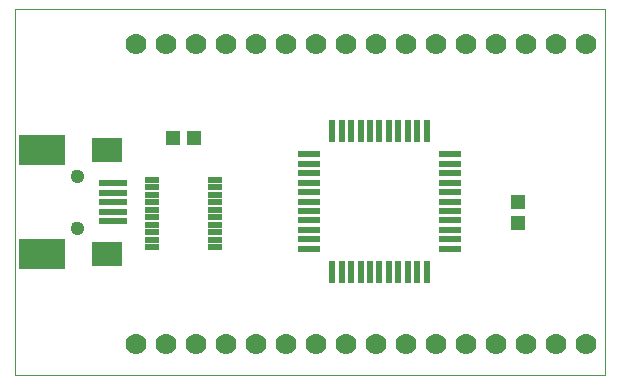
<source format=gts>
G75*
%MOIN*%
%OFA0B0*%
%FSLAX25Y25*%
%IPPOS*%
%LPD*%
%AMOC8*
5,1,8,0,0,1.08239X$1,22.5*
%
%ADD10C,0.00000*%
%ADD11R,0.09849X0.08274*%
%ADD12R,0.09487X0.02369*%
%ADD13R,0.15400X0.10400*%
%ADD14C,0.04337*%
%ADD15R,0.02369X0.07487*%
%ADD16R,0.07487X0.02369*%
%ADD17R,0.04900X0.01900*%
%ADD18C,0.07000*%
%ADD19R,0.04534X0.04652*%
%ADD20R,0.04652X0.04534*%
D10*
X0008616Y0001000D02*
X0008616Y0123047D01*
X0205467Y0123047D01*
X0205467Y0001000D01*
X0008616Y0001000D01*
X0027405Y0049907D02*
X0027407Y0049995D01*
X0027413Y0050083D01*
X0027423Y0050171D01*
X0027437Y0050259D01*
X0027454Y0050345D01*
X0027476Y0050431D01*
X0027501Y0050515D01*
X0027531Y0050599D01*
X0027563Y0050681D01*
X0027600Y0050761D01*
X0027640Y0050840D01*
X0027684Y0050917D01*
X0027731Y0050992D01*
X0027781Y0051064D01*
X0027835Y0051135D01*
X0027891Y0051202D01*
X0027951Y0051268D01*
X0028013Y0051330D01*
X0028079Y0051390D01*
X0028146Y0051446D01*
X0028217Y0051500D01*
X0028289Y0051550D01*
X0028364Y0051597D01*
X0028441Y0051641D01*
X0028520Y0051681D01*
X0028600Y0051718D01*
X0028682Y0051750D01*
X0028766Y0051780D01*
X0028850Y0051805D01*
X0028936Y0051827D01*
X0029022Y0051844D01*
X0029110Y0051858D01*
X0029198Y0051868D01*
X0029286Y0051874D01*
X0029374Y0051876D01*
X0029462Y0051874D01*
X0029550Y0051868D01*
X0029638Y0051858D01*
X0029726Y0051844D01*
X0029812Y0051827D01*
X0029898Y0051805D01*
X0029982Y0051780D01*
X0030066Y0051750D01*
X0030148Y0051718D01*
X0030228Y0051681D01*
X0030307Y0051641D01*
X0030384Y0051597D01*
X0030459Y0051550D01*
X0030531Y0051500D01*
X0030602Y0051446D01*
X0030669Y0051390D01*
X0030735Y0051330D01*
X0030797Y0051268D01*
X0030857Y0051202D01*
X0030913Y0051135D01*
X0030967Y0051064D01*
X0031017Y0050992D01*
X0031064Y0050917D01*
X0031108Y0050840D01*
X0031148Y0050761D01*
X0031185Y0050681D01*
X0031217Y0050599D01*
X0031247Y0050515D01*
X0031272Y0050431D01*
X0031294Y0050345D01*
X0031311Y0050259D01*
X0031325Y0050171D01*
X0031335Y0050083D01*
X0031341Y0049995D01*
X0031343Y0049907D01*
X0031341Y0049819D01*
X0031335Y0049731D01*
X0031325Y0049643D01*
X0031311Y0049555D01*
X0031294Y0049469D01*
X0031272Y0049383D01*
X0031247Y0049299D01*
X0031217Y0049215D01*
X0031185Y0049133D01*
X0031148Y0049053D01*
X0031108Y0048974D01*
X0031064Y0048897D01*
X0031017Y0048822D01*
X0030967Y0048750D01*
X0030913Y0048679D01*
X0030857Y0048612D01*
X0030797Y0048546D01*
X0030735Y0048484D01*
X0030669Y0048424D01*
X0030602Y0048368D01*
X0030531Y0048314D01*
X0030459Y0048264D01*
X0030384Y0048217D01*
X0030307Y0048173D01*
X0030228Y0048133D01*
X0030148Y0048096D01*
X0030066Y0048064D01*
X0029982Y0048034D01*
X0029898Y0048009D01*
X0029812Y0047987D01*
X0029726Y0047970D01*
X0029638Y0047956D01*
X0029550Y0047946D01*
X0029462Y0047940D01*
X0029374Y0047938D01*
X0029286Y0047940D01*
X0029198Y0047946D01*
X0029110Y0047956D01*
X0029022Y0047970D01*
X0028936Y0047987D01*
X0028850Y0048009D01*
X0028766Y0048034D01*
X0028682Y0048064D01*
X0028600Y0048096D01*
X0028520Y0048133D01*
X0028441Y0048173D01*
X0028364Y0048217D01*
X0028289Y0048264D01*
X0028217Y0048314D01*
X0028146Y0048368D01*
X0028079Y0048424D01*
X0028013Y0048484D01*
X0027951Y0048546D01*
X0027891Y0048612D01*
X0027835Y0048679D01*
X0027781Y0048750D01*
X0027731Y0048822D01*
X0027684Y0048897D01*
X0027640Y0048974D01*
X0027600Y0049053D01*
X0027563Y0049133D01*
X0027531Y0049215D01*
X0027501Y0049299D01*
X0027476Y0049383D01*
X0027454Y0049469D01*
X0027437Y0049555D01*
X0027423Y0049643D01*
X0027413Y0049731D01*
X0027407Y0049819D01*
X0027405Y0049907D01*
X0027405Y0067230D02*
X0027407Y0067318D01*
X0027413Y0067406D01*
X0027423Y0067494D01*
X0027437Y0067582D01*
X0027454Y0067668D01*
X0027476Y0067754D01*
X0027501Y0067838D01*
X0027531Y0067922D01*
X0027563Y0068004D01*
X0027600Y0068084D01*
X0027640Y0068163D01*
X0027684Y0068240D01*
X0027731Y0068315D01*
X0027781Y0068387D01*
X0027835Y0068458D01*
X0027891Y0068525D01*
X0027951Y0068591D01*
X0028013Y0068653D01*
X0028079Y0068713D01*
X0028146Y0068769D01*
X0028217Y0068823D01*
X0028289Y0068873D01*
X0028364Y0068920D01*
X0028441Y0068964D01*
X0028520Y0069004D01*
X0028600Y0069041D01*
X0028682Y0069073D01*
X0028766Y0069103D01*
X0028850Y0069128D01*
X0028936Y0069150D01*
X0029022Y0069167D01*
X0029110Y0069181D01*
X0029198Y0069191D01*
X0029286Y0069197D01*
X0029374Y0069199D01*
X0029462Y0069197D01*
X0029550Y0069191D01*
X0029638Y0069181D01*
X0029726Y0069167D01*
X0029812Y0069150D01*
X0029898Y0069128D01*
X0029982Y0069103D01*
X0030066Y0069073D01*
X0030148Y0069041D01*
X0030228Y0069004D01*
X0030307Y0068964D01*
X0030384Y0068920D01*
X0030459Y0068873D01*
X0030531Y0068823D01*
X0030602Y0068769D01*
X0030669Y0068713D01*
X0030735Y0068653D01*
X0030797Y0068591D01*
X0030857Y0068525D01*
X0030913Y0068458D01*
X0030967Y0068387D01*
X0031017Y0068315D01*
X0031064Y0068240D01*
X0031108Y0068163D01*
X0031148Y0068084D01*
X0031185Y0068004D01*
X0031217Y0067922D01*
X0031247Y0067838D01*
X0031272Y0067754D01*
X0031294Y0067668D01*
X0031311Y0067582D01*
X0031325Y0067494D01*
X0031335Y0067406D01*
X0031341Y0067318D01*
X0031343Y0067230D01*
X0031341Y0067142D01*
X0031335Y0067054D01*
X0031325Y0066966D01*
X0031311Y0066878D01*
X0031294Y0066792D01*
X0031272Y0066706D01*
X0031247Y0066622D01*
X0031217Y0066538D01*
X0031185Y0066456D01*
X0031148Y0066376D01*
X0031108Y0066297D01*
X0031064Y0066220D01*
X0031017Y0066145D01*
X0030967Y0066073D01*
X0030913Y0066002D01*
X0030857Y0065935D01*
X0030797Y0065869D01*
X0030735Y0065807D01*
X0030669Y0065747D01*
X0030602Y0065691D01*
X0030531Y0065637D01*
X0030459Y0065587D01*
X0030384Y0065540D01*
X0030307Y0065496D01*
X0030228Y0065456D01*
X0030148Y0065419D01*
X0030066Y0065387D01*
X0029982Y0065357D01*
X0029898Y0065332D01*
X0029812Y0065310D01*
X0029726Y0065293D01*
X0029638Y0065279D01*
X0029550Y0065269D01*
X0029462Y0065263D01*
X0029374Y0065261D01*
X0029286Y0065263D01*
X0029198Y0065269D01*
X0029110Y0065279D01*
X0029022Y0065293D01*
X0028936Y0065310D01*
X0028850Y0065332D01*
X0028766Y0065357D01*
X0028682Y0065387D01*
X0028600Y0065419D01*
X0028520Y0065456D01*
X0028441Y0065496D01*
X0028364Y0065540D01*
X0028289Y0065587D01*
X0028217Y0065637D01*
X0028146Y0065691D01*
X0028079Y0065747D01*
X0028013Y0065807D01*
X0027951Y0065869D01*
X0027891Y0065935D01*
X0027835Y0066002D01*
X0027781Y0066073D01*
X0027731Y0066145D01*
X0027684Y0066220D01*
X0027640Y0066297D01*
X0027600Y0066376D01*
X0027563Y0066456D01*
X0027531Y0066538D01*
X0027501Y0066622D01*
X0027476Y0066706D01*
X0027454Y0066792D01*
X0027437Y0066878D01*
X0027423Y0066966D01*
X0027413Y0067054D01*
X0027407Y0067142D01*
X0027405Y0067230D01*
D11*
X0039217Y0075892D03*
X0039217Y0041246D03*
D12*
X0041437Y0052270D03*
X0041437Y0055419D03*
X0041437Y0058569D03*
X0041437Y0061719D03*
X0041437Y0064868D03*
D13*
X0017563Y0075892D03*
X0017563Y0041246D03*
D14*
X0029374Y0049907D03*
X0029374Y0067230D03*
D15*
X0114443Y0082378D03*
X0117593Y0082378D03*
X0120742Y0082378D03*
X0123892Y0082378D03*
X0127041Y0082378D03*
X0130191Y0082378D03*
X0133341Y0082378D03*
X0136490Y0082378D03*
X0139640Y0082378D03*
X0142789Y0082378D03*
X0145939Y0082378D03*
X0145939Y0035134D03*
X0142789Y0035134D03*
X0139640Y0035134D03*
X0136490Y0035134D03*
X0133341Y0035134D03*
X0130191Y0035134D03*
X0127041Y0035134D03*
X0123892Y0035134D03*
X0120742Y0035134D03*
X0117593Y0035134D03*
X0114443Y0035134D03*
D16*
X0106569Y0043008D03*
X0106569Y0046157D03*
X0106569Y0049307D03*
X0106569Y0052457D03*
X0106569Y0055606D03*
X0106569Y0058756D03*
X0106569Y0061906D03*
X0106569Y0065055D03*
X0106569Y0068205D03*
X0106569Y0071354D03*
X0106569Y0074504D03*
X0153813Y0074504D03*
X0153813Y0071354D03*
X0153813Y0068205D03*
X0153813Y0065055D03*
X0153813Y0061906D03*
X0153813Y0058756D03*
X0153813Y0055606D03*
X0153813Y0052457D03*
X0153813Y0049307D03*
X0153813Y0046157D03*
X0153813Y0043008D03*
D17*
X0075426Y0043569D03*
X0075426Y0046069D03*
X0075426Y0048569D03*
X0075426Y0051069D03*
X0075426Y0053569D03*
X0075426Y0056069D03*
X0075426Y0058569D03*
X0075426Y0061069D03*
X0075426Y0063569D03*
X0075426Y0066069D03*
X0054326Y0066069D03*
X0054326Y0063569D03*
X0054326Y0061069D03*
X0054326Y0058569D03*
X0054326Y0056069D03*
X0054326Y0053569D03*
X0054326Y0051069D03*
X0054326Y0048569D03*
X0054326Y0046069D03*
X0054326Y0043569D03*
D18*
X0058941Y0011256D03*
X0068941Y0011256D03*
X0078941Y0011256D03*
X0088941Y0011256D03*
X0098941Y0011256D03*
X0108941Y0011256D03*
X0118941Y0011256D03*
X0128941Y0011256D03*
X0138941Y0011256D03*
X0148941Y0011256D03*
X0158941Y0011256D03*
X0168941Y0011256D03*
X0178941Y0011256D03*
X0188941Y0011256D03*
X0198941Y0011256D03*
X0048941Y0011256D03*
X0048941Y0111256D03*
X0058941Y0111256D03*
X0068941Y0111256D03*
X0078941Y0111256D03*
X0088941Y0111256D03*
X0098941Y0111256D03*
X0108941Y0111256D03*
X0118941Y0111256D03*
X0128941Y0111256D03*
X0138941Y0111256D03*
X0148941Y0111256D03*
X0158941Y0111256D03*
X0168941Y0111256D03*
X0178941Y0111256D03*
X0188941Y0111256D03*
X0198941Y0111256D03*
D19*
X0068321Y0079819D03*
X0061431Y0079819D03*
D20*
X0176441Y0058451D03*
X0176441Y0051561D03*
M02*

</source>
